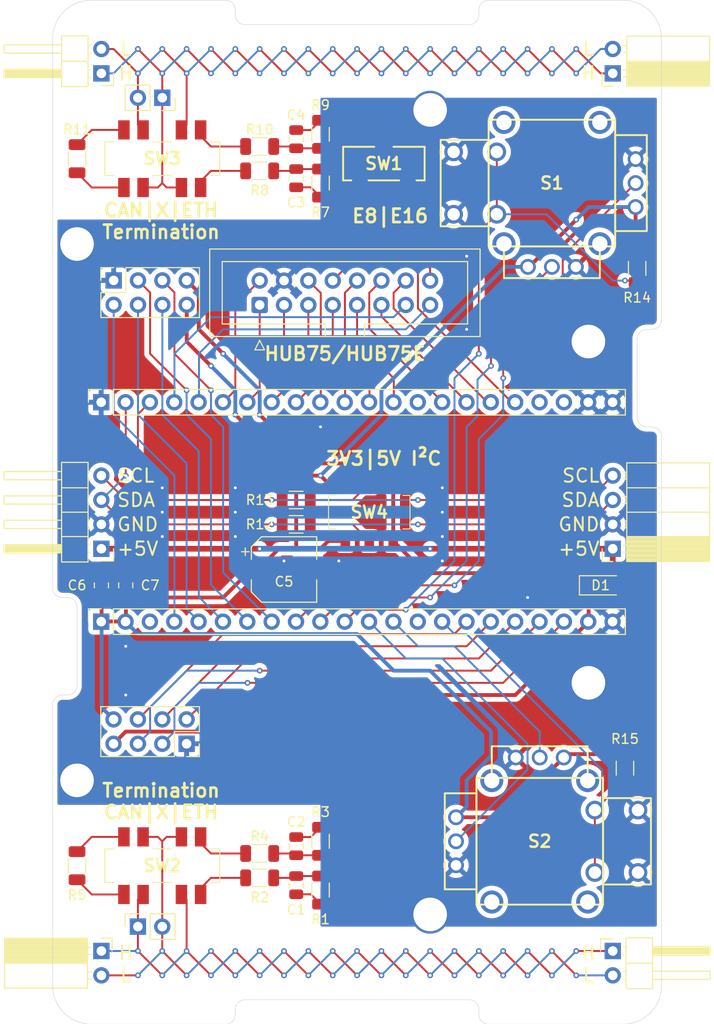
<source format=kicad_pcb>
(kicad_pcb (version 20241229) (generator "pcbnew") (generator_version "9.0")
  (title_block (title "COMChallange CommanderBoard PCB") (date "2026-02-21") (rev "v1.0") (company "RaphWeb"))
  (layers (0 "F.Cu" signal) (2 "B.Cu" signal) (13 "F.Paste" user) (15 "B.Paste" user) (5 "F.SilkS" user "F.Silkscreen") (7 "B.SilkS" user "B.Silkscreen") (1 "F.Mask" user) (3 "B.Mask" user) (25 "Edge.Cuts" user))
  (net 0 "")
  (net 1 "BUS1H")
  (net 2 "BUS1L")
  (net 3 "BUS2H")
  (net 4 "BUS2L")
  (net 5 "GNDREF")
  (net 6 "Net-(C1-Pad2)")
  (net 7 "Net-(C2-Pad2)")
  (net 8 "Net-(C3-Pad2)")
  (net 9 "Net-(C4-Pad2)")
  (net 10 "+3V3")
  (net 11 "I2C_SCL")
  (net 12 "I2C_SDA")
  (net 13 "+5VEXT")
  (net 14 "+5V")
  (net 15 "H75_G2")
  (net 17 "H75_CLK")
  (net 18 "H75_B2")
  (net 20 "H75_LAT")
  (net 21 "H75_OE")
  (net 22 "H75_R2")
  (net 23 "H75_R1")
  (net 24 "H75_E")
  (net 25 "H75_C")
  (net 27 "H75_B1")
  (net 28 "H75_D")
  (net 29 "H75_G1")
  (net 30 "H75_B")
  (net 31 "H75_A")
  (net 32 "TxD1{slash}MISO1")
  (net 33 "IRQ_N1")
  (net 34 "RxD1{slash}MOSI1")
  (net 35 "SCLK1")
  (net 36 "CS_N1")
  (net 37 "IRQ_N2")
  (net 38 "CS_N2")
  (net 39 "TxD2{slash}MISO2")
  (net 40 "RxD2{slash}MOSI2")
  (net 41 "SCLK2")
  (net 42 "S1vCh")
  (net 43 "S1hCh")
  (net 44 "BTN2")
  (net 45 "S2hCh")
  (net 47 "BTN1")
  (net 49 "S2vCh")
  (net 50 "H75_E8")
  (net 51 "H75_E16")
  (net 52 "Net-(R2-Pad1)")
  (net 53 "Net-(R4-Pad1)")
  (net 54 "Net-(R5-Pad1)")
  (net 55 "Net-(R5-Pad2)")
  (net 56 "Net-(R8-Pad1)")
  (net 57 "Net-(R10-Pad1)")
  (net 58 "Net-(R11-Pad1)")
  (net 59 "Net-(R11-Pad2)")
  (net 60 "Net-(SW4B-B)")
  (net 61 "Net-(SW4A-B)")
  (footprint "LIB_CL-SB-23B-01T:CLSB23B01T" (layer "F.Cu") (at 106.68 113.03)
    (property "Reference" "SW2")
    (property "Value" "SW_DP3T" (hide yes))
  )
  (footprint "Resistor_SMD:R_1206_3216Metric" (layer "F.Cu") (at 154.94 102.87 -90)
    (property "Reference" "R15")
    (property "Value" "10k" (hide yes))
  )
  (footprint "Capacitor_SMD:CP_Elec_6.3x7.7" (layer "F.Cu") (at 119.38 82.169)
    (property "Reference" "C5")
    (property "Value" "220µF" (hide yes))
  )
  (footprint "Connector_PinSocket_2.54mm:PinSocket_1x04_P2.54mm_Horizontal" (layer "F.Cu") (at 153.67 80.01 180)
    (property "Reference" "COM_PWR_OUT1" (hide yes))
    (property "Value" "Conn_01x04_Socket" (hide yes))
  )
  (footprint "Resistor_SMD:R_1206_3216Metric" (layer "F.Cu") (at 123.19 36.83 90)
    (property "Reference" "R9")
    (property "Value" "100k" (hide yes))
  )
  (footprint "Resistor_SMD:R_1206_3216Metric" (layer "F.Cu") (at 123.19 110.49 90)
    (property "Reference" "R3")
    (property "Value" "100k" (hide yes))
  )
  (footprint "Connector_PinSocket_2.54mm:PinSocket_1x02_P2.54mm_Vertical" (layer "F.Cu") (at 106.68 33.02 -90)
    (property "Reference" "J2BUS2" (hide yes))
    (property "Value" "Conn_01x02" (hide yes))
  )
  (footprint "Connector_PinSocket_2.54mm:PinSocket_1x22_P2.54mm_Vertical" (layer "F.Cu") (at 100.31 64.745 90)
    (property "Reference" "J1" (hide yes))
    (property "Value" "Conn_01x22" (hide yes))
  )
  (footprint "Resistor_SMD:R_1206_3216Metric" (layer "F.Cu") (at 116.84 38.1)
    (property "Reference" "R10")
    (property "Value" "49.9" (hide yes))
  )
  (footprint "Resistor_SMD:R_1206_3216Metric" (layer "F.Cu") (at 120.65 74.93 180)
    (property "Reference" "R13")
    (property "Value" "4.7k" (hide yes))
  )
  (footprint "Connector_PinSocket_2.54mm:PinSocket_1x02_P2.54mm_Horizontal" (layer "F.Cu") (at 100.33 121.92)
    (property "Reference" "BUS_OUT1" (hide yes))
    (property "Value" "Conn_01x02_Socket" (hide yes))
  )
  (footprint "Resistor_SMD:R_1206_3216Metric" (layer "F.Cu") (at 97.79 39.37 90)
    (property "Reference" "R11")
    (property "Value" "120" (hide yes))
  )
  (footprint "LIB_CL-SB-22B-01T:CLSB22B01T" (layer "F.Cu") (at 128.27 76.2 180)
    (property "Reference" "SW4")
    (property "Value" "SW_DPDT_x2" (hide yes))
  )
  (footprint "Connector_PinSocket_2.54mm:PinSocket_2x04_P2.54mm_Vertical" (layer "F.Cu") (at 109.22 100.33 -90)
    (property "Reference" "J1BUS1" (hide yes))
    (property "Value" "Conn_02x04_Odd_Even" (hide yes))
  )
  (footprint "LIB_THB001P:THB001P" (layer "F.Cu") (at 147.32 41.91 -90)
    (property "Reference" "S1")
    (property "Value" "THB001P" (hide yes))
  )
  (footprint "Connector_IDC:IDC-Header_2x08_P2.54mm_Vertical" (layer "F.Cu") (at 116.84 54.61 90)
    (property "Reference" "J3" (hide yes))
    (property "Value" "HUB75" (hide yes))
  )
  (footprint "Resistor_SMD:R_1206_3216Metric" (layer "F.Cu") (at 116.84 111.76)
    (property "Reference" "R4")
    (property "Value" "49.9" (hide yes))
  )
  (footprint "Capacitor_SMD:C_0805_2012Metric" (layer "F.Cu") (at 120.65 41.402 90)
    (property "Reference" "C3")
    (property "Value" "220nF" (hide yes))
  )
  (footprint "LIB_CL-SB-23B-01T:CLSB23B01T" (layer "F.Cu") (at 106.68 39.37)
    (property "Reference" "SW3")
    (property "Value" "SW_DP3T" (hide yes))
  )
  (footprint "Resistor_SMD:R_1206_3216Metric" (layer "F.Cu") (at 116.84 40.64)
    (property "Reference" "R8")
    (property "Value" "49.9" (hide yes))
  )
  (footprint "Capacitor_SMD:C_0805_2012Metric" (layer "F.Cu") (at 120.65 115.062 90)
    (property "Reference" "C1")
    (property "Value" "220nF" (hide yes))
  )
  (footprint "LIB_CL-SB-12B-01T:CLSB12B01T" (layer "F.Cu") (at 129.794 39.878)
    (property "Reference" "SW1")
    (property "Value" "SW_SPDT" (hide yes))
  )
  (footprint "Resistor_SMD:R_1206_3216Metric" (layer "F.Cu") (at 123.19 115.57 -90)
    (property "Reference" "R1")
    (property "Value" "100k" (hide yes))
  )
  (footprint "Connector_PinHeader_2.54mm:PinHeader_1x04_P2.54mm_Horizontal" (layer "F.Cu") (at 100.33 80.01 180)
    (property "Reference" "COM_PWR_IN1" (hide yes))
    (property "Value" "Conn_01x04_Pin" (hide yes))
  )
  (footprint "Connector_PinSocket_2.54mm:PinSocket_2x04_P2.54mm_Vertical" (layer "F.Cu") (at 101.61 52.05 90)
    (property "Reference" "J1BUS2" (hide yes))
    (property "Value" "Conn_02x04_Odd_Even" (hide yes))
  )
  (footprint "LIB_THB001P:THB001P" (layer "F.Cu") (at 146.05 110.49 90)
    (property "Reference" "S2")
    (property "Value" "THB001P" (hide yes))
  )
  (footprint "Capacitor_SMD:C_0805_2012Metric" (layer "F.Cu") (at 100.33 83.82 -90)
    (property "Reference" "C6")
    (property "Value" "47µF" (hide yes))
  )
  (footprint "Connector_PinSocket_2.54mm:PinSocket_1x02_P2.54mm_Vertical" (layer "F.Cu") (at 104.14 119.38 90)
    (property "Reference" "J2BUS1" (hide yes))
    (property "Value" "Conn_01x02" (hide yes))
  )
  (footprint "Resistor_SMD:R_1206_3216Metric" (layer "F.Cu") (at 120.65 77.47 180)
    (property "Reference" "R12")
    (property "Value" "4.7k" (hide yes))
  )
  (footprint "Connector_PinSocket_2.54mm:PinSocket_1x22_P2.54mm_Vertical" (layer "F.Cu") (at 100.31 87.605 90)
    (property "Reference" "J2" (hide yes))
    (property "Value" "Conn_01x22" (hide yes))
  )
  (footprint "Capacitor_SMD:C_0805_2012Metric" (layer "F.Cu") (at 120.65 110.998 -90)
    (property "Reference" "C2")
    (property "Value" "220nF" (hide yes))
  )
  (footprint "Connector_PinHeader_2.54mm:PinHeader_1x02_P2.54mm_Horizontal" (layer "F.Cu") (at 100.33 30.48 180)
    (property "Reference" "BUS_IN2" (hide yes))
    (property "Value" "Conn_01x02_Pin" (hide yes))
  )
  (footprint "Resistor_SMD:R_1206_3216Metric" (layer "F.Cu") (at 156.21 50.8 -90)
    (property "Reference" "R14")
    (property "Value" "10k" (hide yes))
  )
  (footprint "Connector_PinHeader_2.54mm:PinHeader_1x02_P2.54mm_Horizontal" (layer "F.Cu") (at 153.67 121.92)
    (property "Reference" "BUS_IN1" (hide yes))
    (property "Value" "Conn_01x02_Pin" (hide yes))
  )
  (footprint "Capacitor_SMD:C_0805_2012Metric" (layer "F.Cu") (at 102.87 83.82 -90)
    (property "Reference" "C7")
    (property "Value" "47µF" (hide yes))
  )
  (footprint "Resistor_SMD:R_1206_3216Metric" (layer "F.Cu") (at 97.79 113.03 90)
    (property "Reference" "R5")
    (property "Value" "120" (hide yes))
  )
  (footprint "Resistor_SMD:R_1206_3216Metric" (layer "F.Cu") (at 116.84 114.3)
    (property "Reference" "R2")
    (property "Value" "49.9" (hide yes))
  )
  (footprint "Connector_PinSocket_2.54mm:PinSocket_1x02_P2.54mm_Horizontal" (layer "F.Cu") (at 153.67 30.48 180)
    (property "Reference" "BUS_OUT2" (hide yes))
    (property "Value" "Conn_01x02_Socket" (hide yes))
  )
  (footprint "Diode_SMD:D_SOD-123F" (layer "F.Cu") (at 152.4 83.82)
    (property "Reference" "D1")
    (property "Value" "MBR1020VL" (hide yes))
  )
  (footprint "Capacitor_SMD:C_0805_2012Metric" (layer "F.Cu") (at 120.65 37.338 -90)
    (property "Reference" "C4")
    (property "Value" "220nF" (hide yes))
  )
  (footprint "Resistor_SMD:R_1206_3216Metric" (layer "F.Cu") (at 123.19 41.91 -90)
    (property "Reference" "R7")
    (property "Value" "100k" (hide yes))
  )
  (gr_line (start 95.25 125.54) (end 95.25 96.25) (stroke (width 0.05)) (layer "Edge.Cuts"))
  (gr_line (start 114.3 23.86) (end 114.3 24.4) (stroke (width 0.05)) (layer "Edge.Cuts"))
  (gr_arc (start 158.75 125.54) (mid 157.578427 128.368427) (end 154.75 129.54) (stroke (width 0.05)) (layer "Edge.Cuts"))
  (gr_line (start 115.3 25.4) (end 138.7 25.4) (stroke (width 0.05)) (layer "Edge.Cuts"))
  (gr_arc (start 139.7 23.86) (mid 139.992893 23.152893) (end 140.7 22.86) (stroke (width 0.05)) (layer "Edge.Cuts"))
  (gr_line (start 139.7 128) (end 139.7 128.54) (stroke (width 0.05)) (layer "Edge.Cuts"))
  (gr_arc (start 95.25 26.86) (mid 96.421573 24.031573) (end 99.25 22.86) (stroke (width 0.05)) (layer "Edge.Cuts"))
  (gr_line (start 156.21 58.15) (end 156.21 66.31) (stroke (width 0.05)) (layer "Edge.Cuts"))
  (gr_line (start 96.25 85.09) (end 96.79 85.09) (stroke (width 0.05)) (layer "Edge.Cuts"))
  (gr_arc (start 113.3 22.86) (mid 114.007107 23.152893) (end 114.3 23.86) (stroke (width 0.05)) (layer "Edge.Cuts"))
  (gr_line (start 96.25 95.25) (end 96.79 95.25) (stroke (width 0.05)) (layer "Edge.Cuts"))
  (gr_line (start 97.79 94.25) (end 97.79 86.09) (stroke (width 0.05)) (layer "Edge.Cuts"))
  (gr_arc (start 97.79 94.25) (mid 97.497107 94.957107) (end 96.79 95.25) (stroke (width 0.05)) (layer "Edge.Cuts"))
  (gr_arc (start 138.7 127) (mid 139.407107 127.292893) (end 139.7 128) (stroke (width 0.05)) (layer "Edge.Cuts"))
  (gr_line (start 138.7 127) (end 115.3 127) (stroke (width 0.05)) (layer "Edge.Cuts"))
  (gr_line (start 140.7 22.86) (end 154.75 22.86) (stroke (width 0.05)) (layer "Edge.Cuts"))
  (gr_line (start 154.75 129.54) (end 140.7 129.54) (stroke (width 0.05)) (layer "Edge.Cuts"))
  (gr_arc (start 154.75 22.86) (mid 157.578427 24.031573) (end 158.75 26.86) (stroke (width 0.05)) (layer "Edge.Cuts"))
  (gr_arc (start 114.3 128) (mid 114.592893 127.292893) (end 115.3 127) (stroke (width 0.05)) (layer "Edge.Cuts"))
  (gr_arc (start 96.25 85.09) (mid 95.542893 84.797107) (end 95.25 84.09) (stroke (width 0.05)) (layer "Edge.Cuts"))
  (gr_arc (start 157.21 67.31) (mid 156.502893 67.017107) (end 156.21 66.31) (stroke (width 0.05)) (layer "Edge.Cuts"))
  (gr_arc (start 139.7 24.4) (mid 139.407107 25.107107) (end 138.7 25.4) (stroke (width 0.05)) (layer "Edge.Cuts"))
  (gr_line (start 95.25 84.09) (end 95.25 26.86) (stroke (width 0.05)) (layer "Edge.Cuts"))
  (gr_arc (start 95.25 96.25) (mid 95.542893 95.542893) (end 96.25 95.25) (stroke (width 0.05)) (layer "Edge.Cuts"))
  (gr_arc (start 140.7 129.54) (mid 139.992893 129.247107) (end 139.7 128.54) (stroke (width 0.05)) (layer "Edge.Cuts"))
  (gr_line (start 114.3 128) (end 114.3 128.54) (stroke (width 0.05)) (layer "Edge.Cuts"))
  (gr_line (start 158.75 68.31) (end 158.75 125.54) (stroke (width 0.05)) (layer "Edge.Cuts"))
  (gr_arc (start 114.3 128.54) (mid 114.007107 129.247107) (end 113.3 129.54) (stroke (width 0.05)) (layer "Edge.Cuts"))
  (gr_line (start 99.25 22.86) (end 113.3 22.86) (stroke (width 0.05)) (layer "Edge.Cuts"))
  (gr_arc (start 157.75 67.31) (mid 158.457107 67.602893) (end 158.75 68.31) (stroke (width 0.05)) (layer "Edge.Cuts"))
  (gr_line (start 157.21 57.15) (end 157.75 57.15) (stroke (width 0.05)) (layer "Edge.Cuts"))
  (gr_line (start 139.7 24.4) (end 139.7 23.86) (stroke (width 0.05)) (layer "Edge.Cuts"))
  (gr_line (start 113.3 129.54) (end 99.25 129.54) (stroke (width 0.05)) (layer "Edge.Cuts"))
  (gr_arc (start 99.25 129.54) (mid 96.421573 128.368427) (end 95.25 125.54) (stroke (width 0.05)) (layer "Edge.Cuts"))
  (gr_arc (start 115.3 25.4) (mid 114.592893 25.107107) (end 114.3 24.4) (stroke (width 0.05)) (layer "Edge.Cuts"))
  (gr_line (start 157.21 67.31) (end 157.75 67.31) (stroke (width 0.05)) (layer "Edge.Cuts"))
  (gr_line (start 158.75 26.86) (end 158.75 56.15) (stroke (width 0.05)) (layer "Edge.Cuts"))
  (gr_arc (start 156.21 58.15) (mid 156.502893 57.442893) (end 157.21 57.15) (stroke (width 0.05)) (layer "Edge.Cuts"))
  (gr_arc (start 158.75 56.15) (mid 158.457107 56.857107) (end 157.75 57.15) (stroke (width 0.05)) (layer "Edge.Cuts"))
  (gr_arc (start 96.79 85.09) (mid 97.497107 85.382893) (end 97.79 86.09) (stroke (width 0.05)) (layer "Edge.Cuts"))
  (gr_text "+5V" (at 101.854 80.01 0) (layer "F.SilkS") (effects (font (size 1.4 1.4) (thickness 0.2) (bold yes)) (justify left)))
  (gr_text "CAN|X|ETH\nTermination" (at 106.553 45.8724 0) (layer "F.SilkS") (effects (font (size 1.4 1.4) (thickness 0.28) (bold yes))))
  (gr_text "H" (at 151.13 121.285 0) (layer "F.SilkS") (effects (font (size 1.4 1.4) (thickness 0.2) (bold yes)) (justify top)))
  (gr_text "L" (at 151.13 27.94 0) (layer "F.SilkS") (effects (font (size 1.4 1.4) (thickness 0.2) (bold yes))))
  (gr_text "L" (at 102.87 27.94 0) (layer "F.SilkS") (effects (font (size 1.4 1.4) (thickness 0.2) (bold yes))))
  (gr_text "GND" (at 152.4 77.47 0) (layer "F.SilkS") (effects (font (size 1.4 1.4) (thickness 0.2) (bold yes)) (justify right)))
  (gr_text "3V3|5V I²C" (at 129.794 70.612 0) (layer "F.SilkS") (effects (font (size 1.4 1.4) (thickness 0.28) (bold yes))))
  (gr_text "Termination\nCAN|X|ETH" (at 106.553 106.3244 0) (layer "F.SilkS") (effects (font (size 1.4 1.4) (thickness 0.28) (bold yes))))
  (gr_text "SCL" (at 101.854 72.39 0) (layer "F.SilkS") (effects (font (size 1.4 1.4) (thickness 0.2) (bold yes)) (justify left)))
  (gr_text "HUB75/HUB75E" (at 125.73 59.69 0) (layer "F.SilkS") (effects (font (size 1.4 1.4) (thickness 0.28) (bold yes))))
  (gr_text "H" (at 102.87 121.285 0) (layer "F.SilkS") (effects (font (size 1.4 1.4) (thickness 0.2) (bold yes)) (justify top)))
  (gr_text "L" (at 151.13 124.46 0) (layer "F.SilkS") (effects (font (size 1.4 1.4) (thickness 0.2) (bold yes))))
  (gr_text "GND" (at 101.854 77.47 0) (layer "F.SilkS") (effects (font (size 1.4 1.4) (thickness 0.2) (bold yes)) (justify left)))
  (gr_text "SDA" (at 101.854 74.93 0) (layer "F.SilkS") (effects (font (size 1.4 1.4) (thickness 0.2) (bold yes)) (justify left)))
  (gr_text "SCL" (at 152.4 72.39 0) (layer "F.SilkS") (effects (font (size 1.4 1.4) (thickness 0.2) (bold yes)) (justify right)))
  (gr_text "H" (at 102.87 30.48 0) (layer "F.SilkS") (effects (font (size 1.4 1.4) (thickness 0.2) (bold yes))))
  (gr_text "SDA" (at 152.4 74.93 0) (layer "F.SilkS") (effects (font (size 1.4 1.4) (thickness 0.2) (bold yes)) (justify right)))
  (gr_text "E8|E16" (at 130.4544 45.339 0) (layer "F.SilkS") (effects (font (size 1.4 1.4) (thickness 0.28) (bold yes))))
  (gr_text "+5V" (at 152.4 80.01 0) (layer "F.SilkS") (effects (font (size 1.4 1.4) (thickness 0.2) (bold yes)) (justify right)))
  (gr_text "H" (at 151.13 30.48 0) (layer "F.SilkS") (effects (font (size 1.4 1.4) (thickness 0.2) (bold yes))))
  (gr_text "L" (at 102.87 124.46 0) (layer "F.SilkS") (effects (font (size 1.4 1.4) (thickness 0.2) (bold yes))))
  (segment (start 119.38 121.92) (end 121.92 124.46) (width 0.2) (layer "F.Cu") (net 1))
  (segment (start 149.86 121.92) (end 153.67 121.92) (width 0.2) (layer "F.Cu") (net 1))
  (segment (start 104.14 119.38) (end 104.14 121.92) (width 0.2) (layer "F.Cu") (net 1))
  (segment (start 144.78 121.92) (end 147.32 124.46) (width 0.2) (layer "F.Cu") (net 1))
  (segment (start 104.14 121.92) (end 106.68 124.46) (width 0.2) (layer "F.Cu") (net 1))
  (segment (start 109.22 121.92) (end 111.76 124.46) (width 0.2) (layer "F.Cu") (net 1))
  (segment (start 104.14 116.57) (end 104.68 116.03) (width 0.2) (layer "F.Cu") (net 1))
  (segment (start 139.7 121.92) (end 142.24 124.46) (width 0.2) (layer "F.Cu") (net 1))
  (segment (start 114.3 121.92) (end 116.84 124.46) (width 0.2) (layer "F.Cu") (net 1))
  (segment (start 124.46 121.92) (end 127 124.46) (width 0.2) (layer "F.Cu") (net 1))
  (segment (start 109.22 116.57) (end 109.22 121.92) (width 0.2) (layer "F.Cu") (net 1))
  (segment (start 108.68 116.03) (end 109.22 116.57) (width 0.2) (layer "F.Cu") (net 1))
  (segment (start 134.62 121.92) (end 137.16 124.46) (width 0.2) (layer "F.Cu") (net 1))
  (segment (start 104.14 119.38) (end 104.14 116.57) (width 0.2) (layer "F.Cu") (net 1))
  (segment (start 129.54 121.92) (end 132.08 124.46) (width 0.2) (layer "F.Cu") (net 1))
  (via (at 147.32 124.46) (size 0.6) (drill 0.3) (layers "F.Cu" "B.Cu") (net 1))
  (via (at 137.16 124.46) (size 0.6) (drill 0.3) (layers "F.Cu" "B.Cu") (net 1))
  (via (at 106.68 124.46) (size 0.6) (drill 0.3) (layers "F.Cu" "B.Cu") (net 1))
  (via (at 129.54 121.92) (size 0.6) (drill 0.3) (layers "F.Cu" "B.Cu") (net 1))
  (via (at 104.14 121.92) (size 0.6) (drill 0.3) (layers "F.Cu" "B.Cu") (net 1))
  (via (at 116.84 124.46) (size 0.6) (drill 0.3) (layers "F.Cu" "B.Cu") (net 1))
  (via (at 132.08 124.46) (size 0.6) (drill 0.3) (layers "F.Cu" "B.Cu") (net 1))
  (via (at 142.24 124.46) (size 0.6) (drill 0.3) (layers "F.Cu" "B.Cu") (net 1))
  (via (at 109.22 121.92) (size 0.6) (drill 0.3) (layers "F.Cu" "B.Cu") (net 1))
  (via (at 149.86 121.92) (size 0.6) (drill 0.3) (layers "F.Cu" "B.Cu") (net 1))
  (via (at 134.62 121.92) (size 0.6) (drill 0.3) (layers "F.Cu" "B.Cu") (net 1))
  (via (at 124.46 121.92) (size 0.6) (drill 0.3) (layers "F.Cu" "B.Cu") (net 1))
  (via (at 121.92 124.46) (size 0.6) (drill 0.3) (layers "F.Cu" "B.Cu") (net 1))
  (via (at 119.38 121.92) (size 0.6) (drill 0.3) (layers "F.Cu" "B.Cu") (net 1))
  (via (at 111.76 124.46) (size 0.6) (drill 0.3) (layers "F.Cu" "B.Cu") (net 1))
  (via (at 144.78 121.92) (size 0.6) (drill 0.3) (layers "F.Cu" "B.Cu") (net 1))
  (via (at 127 124.46) (size 0.6) (drill 0.3) (layers "F.Cu" "B.Cu") (net 1))
  (via (at 114.3 121.92) (size 0.6) (drill 0.3) (layers "F.Cu" "B.Cu") (net 1))
  (via (at 139.7 121.92) (size 0.6) (drill 0.3) (layers "F.Cu" "B.Cu") (net 1))
  (segment (start 100.33 121.92) (end 104.14 121.92) (width 0.2) (layer "B.Cu") (net 1))
  (segment (start 137.16 124.46) (end 139.7 121.92) (width 0.2) (layer "B.Cu") (net 1))
  (segment (start 121.92 124.46) (end 124.46 121.92) (width 0.2) (layer "B.Cu") (net 1))
  (segment (start 132.08 124.46) (end 134.62 121.92) (width 0.2) (layer "B.Cu") (net 1))
  (segment (start 147.32 124.46) (end 149.86 121.92) (width 0.2) (layer "B.Cu") (net 1))
  (segment (start 142.24 124.46) (end 144.78 121.92) (width 0.2) (layer "B.Cu") (net 1))
  (segment (start 111.76 124.46) (end 114.3 121.92) (width 0.2) (layer "B.Cu") (net 1))
  (segment (start 106.68 124.46) (end 109.22 121.92) (width 0.2) (layer "B.Cu") (net 1))
  (segment (start 127 124.46) (end 129.54 121.92) (width 0.2) (layer "B.Cu") (net 1))
  (segment (start 116.84 124.46) (end 119.38 121.92) (width 0.2) (layer "B.Cu") (net 1))
  (segment (start 106.68 119.38) (end 106.68 110.49) (width 0.2) (layer "F.Cu") (net 2))
  (segment (start 106.22 110.03) (end 106.68 110.49) (width 0.2) (layer "F.Cu") (net 2))
  (segment (start 111.76 121.92) (end 114.3 124.46) (width 0.2) (layer "F.Cu") (net 2))
  (segment (start 107.14 110.03) (end 108.68 110.03) (width 0.2) (layer "F.Cu") (net 2))
  (segment (start 142.24 121.92) (end 144.78 124.46) (width 0.2) (layer "F.Cu") (net 2))
  (segment (start 100.33 124.46) (end 104.14 124.46) (width 0.2) (layer "F.Cu") (net 2))
  (segment (start 106.68 119.38) (end 106.68 121.92) (width 0.2) (layer "F.Cu") (net 2))
  (segment (start 104.68 110.03) (end 106.22 110.03) (width 0.2) (layer "F.Cu") (net 2))
  (segment (start 106.68 121.92) (end 109.22 124.46) (width 0.2) (layer "F.Cu") (net 2))
  (segment (start 127 121.92) (end 129.54 124.46) (width 0.2) (layer "F.Cu") (net 2))
  (segment (start 137.16 121.92) (end 139.7 124.46) (width 0.2) (layer "F.Cu") (net 2))
  (segment (start 147.32 121.92) (end 149.86 124.46) (width 0.2) (layer "F.Cu") (net 2))
  (segment (start 116.84 121.92) (end 119.38 124.46) (width 0.2) (layer "F.Cu") (net 2))
  (segment (start 132.08 121.92) (end 134.62 124.46) (width 0.2) (layer "F.Cu") (net 2))
  (segment (start 121.92 121.92) (end 124.46 124.46) (width 0.2) (layer "F.Cu") (net 2))
  (segment (start 106.68 110.49) (end 107.14 110.03) (width 0.2) (layer "F.Cu") (net 2))
  (via (at 137.16 121.92) (size 0.6) (drill 0.3) (layers "F.Cu" "B.Cu") (net 2))
  (via (at 121.92 121.92) (size 0.6) (drill 0.3) (layers "F.Cu" "B.Cu") (net 2))
  (via (at 142.24 121.92) (size 0.6) (drill 0.3) (layers "F.Cu" "B.Cu") (net 2))
  (via (at 119.38 124.46) (size 0.6) (drill 0.3) (layers "F.Cu" "B.Cu") (net 2))
  (via (at 147.32 121.92) (size 0.6) (drill 0.3) (layers "F.Cu" "B.Cu") (net 2))
  (via (at 109.22 124.46) (size 0.6) (drill 0.3) (layers "F.Cu" "B.Cu") (net 2))
  (via (at 106.68 121.92) (size 0.6) (drill 0.3) (layers "F.Cu" "B.Cu") (net 2))
  (via (at 134.62 124.46) (size 0.6) (drill 0.3) (layers "F.Cu" "B.Cu") (net 2))
  (via (at 129.54 124.46) (size 0.6) (drill 0.3) (layers "F.Cu" "B.Cu") (net 2))
  (via (at 149.86 124.46) (size 0.6) (drill 0.3) (layers "F.Cu" "B.Cu") (net 2))
  (via (at 104.14 124.46) (size 0.6) (drill 0.3) (layers "F.Cu" "B.Cu") (net 2))
  (via (at 124.46 124.46) (size 0.6) (drill 0.3) (layers "F.Cu" "B.Cu") (net 2))
  (via (at 144.78 124.46) (size 0.6) (drill 0.3) (layers "F.Cu" "B.Cu") (net 2))
  (via (at 132.08 121.92) (size 0.6) (drill 0.3) (layers "F.Cu" "B.Cu") (net 2))
  (via (at 111.76 121.92) (size 0.6) (drill 0.3) (layers "F.Cu" "B.Cu") (net 2))
  (via (at 127 121.92) (size 0.6) (drill 0.3) (layers "F.Cu" "B.Cu") (net 2))
  (via (at 114.3 124.46) (size 0.6) (drill 0.3) (layers "F.Cu" "B.Cu") (net 2))
  (via (at 116.84 121.92) (size 0.6) (drill 0.3) (layers "F.Cu" "B.Cu") (net 2))
  (via (at 139.7 124.46) (size 0.6) (drill 0.3) (layers "F.Cu" "B.Cu") (net 2))
  (segment (start 134.62 124.46) (end 137.16 121.92) (width 0.2) (layer "B.Cu") (net 2))
  (segment (start 104.14 124.46) (end 106.68 121.92) (width 0.2) (layer "B.Cu") (net 2))
  (segment (start 124.46 124.46) (end 127 121.92) (width 0.2) (layer "B.Cu") (net 2))
  (segment (start 114.3 124.46) (end 116.84 121.92) (width 0.2) (layer "B.Cu") (net 2))
  (segment (start 109.22 124.46) (end 111.76 121.92) (width 0.2) (layer "B.Cu") (net 2))
  (segment (start 119.38 124.46) (end 121.92 121.92) (width 0.2) (layer "B.Cu") (net 2))
  (segment (start 129.54 124.46) (end 132.08 121.92) (width 0.2) (layer "B.Cu") (net 2))
  (segment (start 144.78 124.46) (end 147.32 121.92) (width 0.2) (layer "B.Cu") (net 2))
  (segment (start 149.86 124.46) (end 153.67 124.46) (width 0.2) (layer "B.Cu") (net 2))
  (segment (start 139.7 124.46) (end 142.24 121.92) (width 0.2) (layer "B.Cu") (net 2))
  (segment (start 106.68 41.91) (end 107.14 42.37) (width 0.2) (layer "F.Cu") (net 3))
  (segment (start 107.14 42.37) (end 108.68 42.37) (width 0.2) (layer "F.Cu") (net 3))
  (segment (start 142.24 30.48) (end 139.7 27.94) (width 0.2) (layer "F.Cu") (net 3))
  (segment (start 106.68 30.48) (end 106.68 33.02) (width 0.2) (layer "F.Cu") (net 3))
  (segment (start 116.84 30.48) (end 114.3 27.94) (width 0.2) (layer "F.Cu") (net 3))
  (segment (start 111.76 30.48) (end 109.22 27.94) (width 0.2) (layer "F.Cu") (net 3))
  (segment (start 106.22 42.37) (end 104.68 42.37) (width 0.2) (layer "F.Cu") (net 3))
  (segment (start 132.08 30.48) (end 129.54 27.94) (width 0.2) (layer "F.Cu") (net 3))
  (segment (start 152.4 30.48) (end 153.67 30.48) (width 0.2) (layer "F.Cu") (net 3))
  (segment (start 127 30.48) (end 124.46 27.94) (width 0.2) (layer "F.Cu") (net 3))
  (segment (start 137.16 30.48) (end 134.62 27.94) (width 0.2) (layer "F.Cu") (net 3))
  (segment (start 149.86 27.94) (end 152.4 30.48) (width 0.2) (layer "F.Cu") (net 3))
  (segment (start 147.32 30.48) (end 144.78 27.94) (width 0.2) (layer "F.Cu") (net 3))
  (segment (start 106.68 41.91) (end 106.22 42.37) (width 0.2) (layer "F.Cu") (net 3))
  (segment (start 106.68 30.48) (end 104.14 27.94) (width 0.2) (layer "F.Cu") (net 3))
  (segment (start 106.68 33.02) (end 106.68 41.91) (width 0.2) (layer "F.Cu") (net 3))
  (segment (start 121.92 30.48) (end 119.38 27.94) (width 0.2) (layer "F.Cu") (net 3))
  (via (at 134.62 27.94) (size 0.6) (drill 0.3) (layers "F.Cu" "B.Cu") (net 3))
  (via (at 104.14 27.94) (size 0.6) (drill 0.3) (layers "F.Cu" "B.Cu") (net 3))
  (via (at 119.38 27.94) (size 0.6) (drill 0.3) (layers "F.Cu" "B.Cu") (net 3))
  (via (at 127 30.48) (size 0.6) (drill 0.3) (layers "F.Cu" "B.Cu") (net 3))
  (via (at 121.92 30.48) (size 0.6) (drill 0.3) (layers "F.Cu" "B.Cu") (net 3))
  (via (at 142.24 30.48) (size 0.6) (drill 0.3) (layers "F.Cu" "B.Cu") (net 3))
  (via (at 132.08 30.48) (size 0.6) (drill 0.3) (layers "F.Cu" "B.Cu") (net 3))
  (via (at 114.3 27.94) (size 0.6) (drill 0.3) (layers "F.Cu" "B.Cu") (net 3))
  (via (at 147.32 30.48) (size 0.6) (drill 0.3) (layers "F.Cu" "B.Cu") (net 3))
  (via (at 139.7 27.94) (size 0.6) (drill 0.3) (layers "F.Cu" "B.Cu") (net 3))
  (via (at 111.76 30.48) (size 0.6) (drill 0.3) (layers "F.Cu" "B.Cu") (net 3))
  (via (at 124.46 27.94) (size 0.6) (drill 0.3) (layers "F.Cu" "B.Cu") (net 3))
  (via (at 109.22 27.94) (size 0.6) (drill 0.3) (layers "F.Cu" "B.Cu") (net 3))
  (via (at 116.84 30.48) (size 0.6) (drill 0.3) (layers "F.Cu" "B.Cu") (net 3))
  (via (at 137.16 30.48) (size 0.6) (drill 0.3) (layers "F.Cu" "B.Cu") (net 3))
  (via (at 129.54 27.94) (size 0.6) (drill 0.3) (layers "F.Cu" "B.Cu") (net 3))
  (via (at 144.78 27.94) (size 0.6) (drill 0.3) (layers "F.Cu" "B.Cu") (net 3))
  (via (at 106.68 30.48) (size 0.6) (drill 0.3) (layers "F.Cu" "B.Cu") (net 3))
  (via (at 149.86 27.94) (size 0.6) (drill 0.3) (layers "F.Cu" "B.Cu") (net 3))
  (segment (start 109.22 27.94) (end 106.68 30.48) (width 0.2) (layer "B.Cu") (net 3))
  (segment (start 101.6 30.48) (end 100.33 30.48) (width 0.2) (layer "B.Cu") (net 3))
  (segment (start 104.14 27.94) (end 101.6 30.48) (width 0.2) (layer "B.Cu") (net 3))
  (segment (start 129.54 27.94) (end 127 30.48) (width 0.2) (layer "B.Cu") (net 3))
  (segment (start 124.46 27.94) (end 121.92 30.48) (width 0.2) (layer "B.Cu") (net 3))
  (segment (start 134.62 27.94) (end 132.08 30.48) (width 0.2) (layer "B.Cu") (net 3))
  (segment (start 149.86 27.94) (end 147.32 30.48) (width 0.2) (layer "B.Cu") (net 3))
  (segment (start 144.78 27.94) (end 142.24 30.48) (width 0.2) (layer "B.Cu") (net 3))
  (segment (start 119.38 27.94) (end 116.84 30.48) (width 0.2) (layer "B.Cu") (net 3))
  (segment (start 139.7 27.94) (end 137.16 30.48) (width 0.2) (layer "B.Cu") (net 3))
  (segment (start 114.3 27.94) (end 111.76 30.48) (width 0.2) (layer "B.Cu") (net 3))
  (segment (start 114.3 30.48) (end 111.76 27.94) (width 0.2) (layer "F.Cu") (net 4))
  (segment (start 144.78 30.48) (end 142.24 27.94) (width 0.2) (layer "F.Cu") (net 4))
  (segment (start 104.14 35.83) (end 104.68 36.37) (width 0.2) (layer "F.Cu") (net 4))
  (segment (start 104.14 30.48) (end 101.6 27.94) (width 0.2) (layer "F.Cu") (net 4))
  (segment (start 104.14 33.02) (end 104.14 35.83) (width 0.2) (layer "F.Cu") (net 4))
  (segment (start 101.6 27.94) (end 100.33 27.94) (width 0.2) (layer "F.Cu") (net 4))
  (segment (start 129.54 30.48) (end 127 27.94) (width 0.2) (layer "F.Cu") (net 4))
  (segment (start 124.46 30.48) (end 121.92 27.94) (width 0.2) (layer "F.Cu") (net 4))
  (segment (start 119.38 30.48) (end 116.84 27.94) (width 0.2) (layer "F.Cu") (net 4))
  (segment (start 104.14 33.02) (end 104.14 30.48) (width 0.2) (layer "F.Cu") (net 4))
  (segment (start 134.62 30.48) (end 132.08 27.94) (width 0.2) (layer "F.Cu") (net 4))
  (segment (start 109.22 30.48) (end 106.68 27.94) (width 0.2) (layer "F.Cu") (net 4))
  (segment (start 109.22 35.83) (end 108.68 36.37) (width 0.2) (layer "F.Cu") (net 4))
  (segment (start 109.22 30.48) (end 109.22 35.83) (width 0.2) (layer "F.Cu") (net 4))
  (segment (start 139.7 30.48) (end 137.16 27.94) (width 0.2) (layer "F.Cu") (net 4))
  (segment (start 149.86 30.48) (end 147.32 27.94) (width 0.2) (layer "F.Cu") (net 4))
  (via (at 129.54 30.48) (size 0.6) (drill 0.3) (layers "F.Cu" "B.Cu") (net 4))
  (via (at 121.92 27.94) (size 0.6) (drill 0.3) (layers "F.Cu" "B.Cu") (net 4))
  (via (at 132.08 27.94) (size 0.6) (drill 0.3) (layers "F.Cu" "B.Cu") (net 4))
  (via (at 127 27.94) (size 0.6) (drill 0.3) (layers "F.Cu" "B.Cu") (net 4))
  (via (at 104.14 30.48) (size 0.6) (drill 0.3) (layers "F.Cu" "B.Cu") (net 4))
  (via (at 114.3 30.48) (size 0.6) (drill 0.3) (layers "F.Cu" "B.Cu") (net 4))
  (via (at 109.22 30.48) (size 0.6) (drill 0.3) (layers "F.Cu" "B.Cu") (net 4))
  (via (at 142.24 27.94) (size 0.6) (drill 0.3) (layers "F.Cu" "B.Cu") (net 4))
  (via (at 134.62 30.48) (size 0.6) (drill 0.3) (layers "F.Cu" "B.Cu") (net 4))
  (via (at 147.32 27.94) (size 0.6) (drill 0.3) (layers "F.Cu" "B.Cu") (net 4))
  (via (at 144.78 30.48) (size 0.6) (drill 0.3) (layers "F.Cu" "B.Cu") (net 4))
  (via (at 106.68 27.94) (size 0.6) (drill 0.3) (layers "F.Cu" "B.Cu") (net 4))
  (via (at 124.46 30.48) (size 0.6) (drill 0.3) (layers "F.Cu" "B.Cu") (net 4))
  (via (at 149.86 30.48) (size 0.6) (drill 0.3) (layers "F.Cu" "B.Cu") (net 4))
  (via (at 139.7 30.48) (size 0.6) (drill 0.3) (layers "F.Cu" "B.Cu") (net 4))
  (via (at 116.84 27.94) (size 0.6) (drill 0.3) (layers "F.Cu" "B.Cu") (net 4))
  (via (at 137.16 27.94) (size 0.6) (drill 0.3) (layers "F.Cu" "B.Cu") (net 4))
  (via (at 119.38 30.48) (size 0.6) (drill 0.3) (layers "F.Cu" "B.Cu") (net 4))
  (via (at 111.76 27.94) (size 0.6) (drill 0.3) (layers "F.Cu" "B.Cu") (net 4))
  (segment (start 132.08 27.94) (end 129.54 30.48) (width 0.2) (layer "B.Cu") (net 4))
  (segment (start 106.68 27.94) (end 104.14 30.48) (width 0.2) (layer "B.Cu") (net 4))
  (segment (start 142.24 27.94) (end 139.7 30.48) (width 0.2) (layer "B.Cu") (net 4))
  (segment (start 137.16 27.94) (end 134.62 30.48) (width 0.2) (layer "B.Cu") (net 4))
  (segment (start 116.84 27.94) (end 114.3 30.48) (width 0.2) (layer "B.Cu") (net 4))
  (segment (start 152.4 27.94) (end 153.67 27.94) (width 0.2) (layer "B.Cu") (net 4))
  (segment (start 111.76 27.94) (end 109.22 30.48) (width 0.2) (layer "B.Cu") (net 4))
  (segment (start 147.32 27.94) (end 144.78 30.48) (width 0.2) (layer "B.Cu") (net 4))
  (segment (start 121.92 27.94) (end 119.38 30.48) (width 0.2) (layer "B.Cu") (net 4))
  (segment (start 149.86 30.48) (end 152.4 27.94) (width 0.2) (layer "B.Cu") (net 4))
  (segment (start 127 27.94) (end 124.46 30.48) (width 0.2) (layer "B.Cu") (net 4))
  (segment (start 122.1695 42.352) (end 123.19 43.3725) (width 0.2) (layer "F.Cu") (net 5))
  (segment (start 120.65 116.012) (end 122.1695 116.012) (width 0.2) (layer "F.Cu") (net 5))
  (segment (start 122.1695 110.048) (end 123.19 109.0275) (width 0.2) (layer "F.Cu") (net 5))
  (segment (start 120.65 42.352) (end 122.1695 42.352) (width 0.2) (layer "F.Cu") (net 5))
  (segment (start 122.1695 36.388) (end 120.65 36.388) (width 0.2) (layer "F.Cu") (net 5))
  (segment (start 122.1695 116.012) (end 123.19 117.0325) (width 0.2) (layer "F.Cu") (net 5))
  (segment (start 123.19 35.3675) (end 122.1695 36.388) (width 0.2) (layer "F.Cu") (net 5))
  (segment (start 120.65 110.048) (end 122.1695 110.048) (width 0.2) (layer "F.Cu") (net 5))
  (via (at 102.87 90.17) (size 0.6) (drill 0.3) (layers "F.Cu" "B.Cu") (net 5))
  (via (at 114.3 73.66) (size 0.6) (drill 0.3) (layers "F.Cu" "B.Cu") (net 5))
  (via (at 138.43 57.15) (size 0.6) (drill 0.3) (layers "F.Cu" "B.Cu") (net 5))
  (via (at 106.68 76.2) (size 0.6) (drill 0.3) (layers "F.Cu" "B.Cu") (net 5))
  (via (at 151.13 58.42) (size 4) (drill 3.5) (layers "F.Cu" "B.Cu") (net 5))
  (via (at 97.79 48.26) (size 4) (drill 3.5) (layers "F.Cu" "B.Cu") (net 5))
  (via (at 125.095 81.28) (size 0.6) (drill 0.3) (layers "F.Cu" "B.Cu") (net 5))
  (via (at 97.79 104.14) (size 4) (drill 3.5) (layers "F.Cu" "B.Cu") (net 5))
  (via (at 135.89 73.66) (size 0.6) (drill 0.3) (layers "F.Cu" "B.Cu") (net 5))
  (via (at 151.13 93.98) (size 4) (drill 3.5) (layers "F.Cu" "B.Cu") (net 5))
  (via (at 135.89 81.28) (size 0.6) (drill 0.3) (layers "F.Cu" "B.Cu") (net 5))
  (via (at 138.43 49.53) (size 0.6) (drill 0.3) (layers "F.Cu" "B.Cu") (net 5))
  (via (at 123.19 67.31) (size 0.6) (drill 0.3) (layers "F.Cu" "B.Cu") (net 5))
  (via (at 106.68 78.74) (size 0.6) (drill 0.3) (layers "F.Cu" "B.Cu") (net 5))
  (via (at 134.62 118.11) (size 4) (drill 3.5) (layers "F.Cu" "B.Cu") (net 5))
  (via (at 144.78 85.09) (size 0.6) (drill 0.3) (layers "F.Cu" "B.Cu") (net 5))
  (via (at 135.89 78.74) (size 0.6) (drill 0.3) (layers "F.Cu" "B.Cu") (net 5))
  (via (at 119.38 81.28) (size 0.6) (drill 0.3) (layers "F.Cu" "B.Cu") (net 5))
  (via (at 134.62 34.29) (size 4) (drill 3.5) (layers "F.Cu" "B.Cu") (net 5))
  (via (at 114.3 78.74) (size 0.6) (drill 0.3) (layers "F.Cu" "B.Cu") (net 5))
  (via (at 114.3 76.2) (size 0.6) (drill 0.3) (layers "F.Cu" "B.Cu") (net 5))
  (via (at 102.87 95.25) (size 0.6) (drill 0.3) (layers "F.Cu" "B.Cu") (net 5))
  (via (at 106.68 73.66) (size 0.6) (drill 0.3) (layers "F.Cu" "B.Cu") (net 5))
  (via (at 135.89 76.2) (size 0.6) (drill 0.3) (layers "F.Cu" "B.Cu") (net 5))
  (segment (start 118.3025 114.3) (end 120.462 114.3) (width 0.2) (layer "F.Cu") (net 6))
  (segment (start 120.65 114.112) (end 123.1855 114.112) (width 0.2) (layer "F.Cu") (net 6))
  (segment (start 118.3025 111.76) (end 120.462 111.76) (width 0.2) (layer "F.Cu") (net 7))
  (segment (start 120.65 111.948) (end 123.1855 111.948) (width 0.2) (layer "F.Cu") (net 7))
  (segment (start 120.65 40.452) (end 123.1855 40.452) (width 0.2) (layer "F.Cu") (net 8))
  (segment (start 118.3025 40.64) (end 120.462 40.64) (width 0.2) (layer "F.Cu") (net 8))
  (segment (start 120.65 38.288) (end 123.1855 38.288) (width 0.2) (layer "F.Cu") (net 9))
  (segment (start 118.3025 38.1) (end 120.462 38.1) (width 0.2) (layer "F.Cu") (net 9))
  (segment (start 123.19 80.01) (end 124 79.2) (width 0.4) (layer "F.Cu") (net 10))
  (segment (start 124 79.2) (end 125.77 79.2) (width 0.4) (layer "F.Cu") (net 10))
  (segment (start 109.23 58.43) (end 109.23 54.59) (width 0.4) (layer "F.Cu") (net 10))
  (segment (start 123.19 72.39) (end 124 73.2) (width 0.4) (layer "F.Cu") (net 10))
  (segment (start 102.89 87.585) (end 102.89 84.79) (width 0.4) (layer "F.Cu") (net 10))
  (segment (start 111.76 60.96) (end 109.23 58.43) (width 0.4) (layer "F.Cu") (net 10))
  (segment (start 124 73.2) (end 125.77 73.2) (width 0.4) (layer "F.Cu") (net 10))
  (segment (start 100.35 87.585) (end 100.35 84.79) (width 0.4) (layer "F.Cu") (net 10))
  (segment (start 120.65 80.01) (end 118.839 80.01) (width 0.4) (layer "F.Cu") (net 10))
  (segment (start 120.65 72.39) (end 123.19 72.39) (width 0.4) (layer "F.Cu") (net 10))
  (segment (start 103.19 85.09) (end 102.87 84.77) (width 0.4) (layer "F.Cu") (net 10))
  (segment (start 156.05 44.41) (end 156.05 49.1775) (width 0.4) (layer "F.Cu") (net 10))
  (segment (start 144.94 50.64) (end 144.82 50.64) (width 0.4) (layer "F.Cu") (net 10))
  (segment (start 115.951 82.169) (end 113.03 85.09) (width 0.4) (layer "F.Cu") (net 10))
  (segment (start 118.839 80.01) (end 116.68 82.169) (width 0.4) (layer "F.Cu") (net 10))
  (segment (start 137.32 107.99) (end 142.32 107.99) (width 0.4) (layer "F.Cu") (net 10))
  (segment (start 113.03 85.09) (end 103.19 85.09) (width 0.4) (layer "F.Cu") (net 10))
  (segment (start 120.65 80.01) (end 123.19 80.01) (width 0.4) (layer "F.Cu") (net 10))
  (segment (start 149.86 45.72) (end 144.94 50.64) (width 0.4) (layer "F.Cu") (net 10))
  (segment (start 148.9025 101.4075) (end 148.55 101.76) (width 0.4) (layer "F.Cu") (net 10))
  (segment (start 120.65 80.01) (end 120.65 72.39) (width 0.4) (layer "F.Cu") (net 10))
  (segment (start 100.35 87.585) (end 102.89 87.585) (width 0.4) (layer "F.Cu") (net 10))
  (segment (start 142.32 107.99) (end 148.55 101.76) (width 0.4) (layer "F.Cu") (net 10))
  (segment (start 154.94 101.4075) (end 148.9025 101.4075) (width 0.4) (layer "F.Cu") (net 10))
  (segment (start 156.05 49.1775) (end 156.21 49.3375) (width 0.4) (layer "F.Cu") (net 10))
  (segment (start 114.3 66.04) (end 120.65 72.39) (width 0.4) (layer "F.Cu") (net 10))
  (segment (start 100.33 84.77) (end 102.87 84.77) (width 0.4) (layer "F.Cu") (net 10))
  (via (at 123.19 72.39) (size 0.6) (drill 0.3) (layers "F.Cu" "B.Cu") (net 10))
  (via (at 111.76 60.96) (size 0.6) (drill 0.3) (layers "F.Cu" "B.Cu") (net 10))
  (via (at 149.86 45.72) (size 0.6) (drill 0.3) (layers "F.Cu" "B.Cu") (net 10))
  (via (at 114.3 66.04) (size 0.6) (drill 0.3) (layers "F.Cu" "B.Cu") (net 10))
  (segment (start 104.145 88.9) (end 102.85 87.605) (width 0.4) (layer "B.Cu") (net 10))
  (segment (start 100.35 96.54) (end 101.6 97.79) (width 0.4) (layer "B.Cu") (net 10))
  (segment (start 130.81 92.71) (end 127 88.9) (width 0.4) (layer "B.Cu") (net 10))
  (segment (start 138.43 106.88) (end 138.43 104.14) (width 0.4) (layer "B.Cu") (net 10))
  (segment (start 142.4 50.64) (end 129.54 63.5) (width 0.4) (layer "B.Cu") (net 10))
  (segment (start 140.97 101.6) (end 140.97 99.06) (width 0.4) (layer "B.Cu") (net 10))
  (segment (start 100.31 87.605) (end 100.35 87.645) (width 0.4) (layer "B.Cu") (net 10))
  (segment (start 129.54 66.04) (end 123.19 72.39) (width 0.4) (layer "B.Cu") (net 10))
  (segment (start 114.3 66.04) (end 114.3 63.5) (width 0.4) (layer "B.Cu") (net 10))
  (segment (start 156.05 44.41) (end 151.17 44.41) (width 0.4) (layer "B.Cu") (net 10))
  (segment (start 138.43 104.14) (end 140.97 101.6) (width 0.4) (layer "B.Cu") (net 10))
  (segment (start 134.62 92.71) (end 130.81 92.71) (width 0.4) (layer "B.Cu") (net 10))
  (segment (start 129.54 63.5) (end 129.54 66.04) (width 0.4) (layer "B.Cu") (net 10))
  (segment (start 114.3 63.5) (end 111.76 60.96) (width 0.4) (layer "B.Cu") (net 10))
  (segment (start 127 88.9) (end 104.145 88.9) (width 0.4) (layer "B.Cu") (net 10))
  (segment (start 140.97 99.06) (end 134.62 92.71) (width 0.4) (layer "B.Cu") (net 10))
  (segment (start 100.35 87.645) (end 100.35 96.54) (width 0.4) (layer "B.Cu") (net 10))
  (segment (start 151.17 44.41) (end 149.86 45.72) (width 0.4) (layer "B.Cu") (net 10))
  (segment (start 144.82 50.64) (end 142.4 50.64) (width 0.4) (layer "B.Cu") (net 10))
  (segment (start 137.32 107.99) (end 138.43 106.88) (width 0.4) (layer "B.Cu") (net 10))
  (segment (start 105.41 64.725) (end 104.14 65.995) (width 0.2) (layer "F.Cu") (net 11))
  (segment (start 151.13 74.93) (end 133.35 74.93) (width 0.2) (layer "F.Cu") (net 11))
  (segment (start 118.11 74.93) (end 119.1875 74.93) (width 0.2) (layer "F.Cu") (net 11))
  (segment (start 102.87 74.93) (end 104.14 74.93) (width 0.2) (layer "F.Cu") (net 11))
  (segment (start 153.67 72.39) (end 151.13 74.93) (width 0.2) (layer "F.Cu") (net 11))
  (segment (start 104.14 65.995) (end 104.14 74.93) (width 0.2) (layer "F.Cu") (net 11))
  (segment (start 104.14 74.93) (end 118.11 74.93) (width 0.2) (layer "F.Cu") (net 11))
  (segment (start 100.33 72.39) (end 102.87 74.93) (width 0.2) (layer "F.Cu") (net 11))
  (via (at 133.35 74.93) (size 0.6) (drill 0.3) (layers "F.Cu" "B.Cu") (net 11))
  (via (at 118.11 74.93) (size 0.6) (drill 0.3) (layers "F.Cu" "B.Cu") (net 11))
  (segment (start 133.35 74.93) (end 118.11 74.93) (width 0.2) (layer "B.Cu") (net 11))
  (segment (start 118.11 77.47) (end 119.1875 77.47) (width 0.2) (layer "F.Cu") (net 12))
  (segment (start 102.87 72.39) (end 102.87 64.725) (width 0.2) (layer "F.Cu") (net 12))
  (segment (start 118.11 77.47) (end 102.87 77.47) (width 0.2) (layer "F.Cu") (net 12))
  (segment (start 102.87 77.47) (end 100.33 74.93) (width 0.2) (layer "F.Cu") (net 12))
  (segment (start 153.67 74.93) (end 151.13 77.47) (width 0.2) (layer "F.Cu") (net 12))
  (segment (start 151.13 77.47) (end 133.35 77.47) (width 0.2) (layer "F.Cu") (net 12))
  (via (at 133.35 77.47) (size 0.6) (drill 0.3) (layers "F.Cu" "B.Cu") (net 12))
  (via (at 118.11 77.47) (size 0.6) (drill 0.3) (layers "F.Cu" "B.Cu") (net 12))
  (via (at 102.87 72.39) (size 0.6) (drill 0.3) (layers "F.Cu" "B.Cu") (net 12))
  (segment (start 102.87 72.39) (end 100.33 74.93) (width 0.2) (layer "B.Cu") (net 12))
  (segment (start 133.35 77.47) (end 118.11 77.47) (width 0.2) (layer "B.Cu") (net 12))
  (segment (start 153.67 80.01) (end 153.67 83.69) (width 0.6) (layer "F.Cu") (net 13))
  (segment (start 116.84 80.01) (end 100.33 80.01) (width 0.6) (layer "F.Cu") (net 13))
  (segment (start 153.67 80.01) (end 134.62 80.01) (width 0.6) (layer "F.Cu") (net 13))
  (via (at 134.62 80.01) (size 0.6) (drill 0.3) (layers "F.Cu" "B.Cu") (net 13))
  (via (at 116.84 80.01) (size 0.6) (drill 0.3) (layers "F.Cu" "B.Cu") (net 13))
  (segment (start 134.62 80.01) (end 116.84 80.01) (width 0.6) (layer "B.Cu") (net 13))
  (segment (start 151.15 87.605) (end 143.505 95.25) (width 0.4) (layer "F.Cu") (net 14))
  (segment (start 102.87 99.06) (end 101.6 100.33) (width 0.4) (layer "F.Cu") (net 14))
  (segment (start 114.3 95.25) (end 110.49 99.06) (width 0.4) (layer "F.Cu") (net 14))
  (segment (start 116.84 66.04) (end 121.92 71.12) (width 0.4) (layer "F.Cu") (net 14))
  (segment (start 110.49 99.06) (end 102.87 99.06) (width 0.4) (layer "F.Cu") (net 14))
  (segment (start 113.03 59.69) (end 110.49 57.15) (width 0.4) (layer "F.Cu") (net 14))
  (segment (start 128.69 71.12) (end 130.77 73.2) (width 0.4) (layer "F.Cu") (net 14))
  (segment (start 149.73 82.55) (end 134.12 82.55) (width 0.4) (layer "F.Cu") (net 14))
  (segment (start 130.77 73.2) (end 130.77 79.2) (width 0.4) (layer "F.Cu") (net 14))
  (segment (start 134.12 82.55) (end 130.77 79.2) (width 0.4) (layer "F.Cu") (net 14))
  (segment (start 151.15 83.97) (end 151.15 87.605) (width 0.4) (layer "F.Cu") (net 14))
  (segment (start 110.49 53.31) (end 109.23 52.05) (width 0.4) (layer "F.Cu") (net 14))
  (segment (start 110.49 57.15) (end 110.49 53.31) (width 0.4) (layer "F.Cu") (net 14))
  (segment (start 121.92 71.12) (end 128.69 71.12) (width 0.4) (layer "F.Cu") (net 14))
  (segment (start 151 83.82) (end 149.73 82.55) (width 0.4) (layer "F.Cu") (net 14))
  (segment (start 143.505 95.25) (end 114.3 95.25) (width 0.4) (layer "F.Cu") (net 14))
  (via (at 113.03 59.69) (size 0.6) (drill 0.3) (layers "F.Cu" "B.Cu") (net 14))
  (via (at 116.84 66.04) (size 0.6) (drill 0.3) (layers "F.Cu" "B.Cu") (net 14))
  (segment (start 116.84 63.5) (end 113.03 59.69) (width 0.4) (layer "B.Cu") (net 14))
  (segment (start 116.84 66.04) (end 116.84 63.5) (width 0.4) (layer "B.Cu") (net 14))
  (segment (start 123.21 64.725) (end 123.21 53.36) (width 0.2) (layer "F.Cu") (net 15))
  (segment (start 123.21 53.36) (end 121.92 52.07) (width 0.2) (layer "F.Cu") (net 15))
  (segment (start 132.08 54.61) (end 130.81 55.88) (width 0.2) (layer "B.Cu") (net 17))
  (segment (start 111.76 55.88) (end 107.95 59.69) (width 0.2) (layer "B.Cu") (net 17))
  (segment (start 130.81 55.88) (end 111.76 55.88) (width 0.2) (layer "B.Cu") (net 17))
  (segment (start 107.95 59.69) (end 107.95 64.725) (width 0.2) (layer "B.Cu") (net 17))
  (segment (start 125.75 64.725) (end 125.75 62.25) (width 0.2) (layer "F.Cu") (net 18))
  (segment (start 124.46 60.96) (end 124.46 54.61) (width 0.2) (layer "F.Cu") (net 18))
  (segment (start 125.75 62.25) (end 124.46 60.96) (width 0.2) (layer "F.Cu") (net 18))
  (segment (start 130.81 53.34) (end 132.08 52.07) (width 0.2) (layer "F.Cu") (net 20))
  (segment (start 140.95 64.745) (end 140.58724 64.745) (width 0.2) (layer "F.Cu") (net 20))
  (segment (start 140.58724 64.745) (end 130.81 54.96776) (width 0.2) (layer "F.Cu") (net 20))
  (segment (start 130.81 54.96776) (end 130.81 53.34) (width 0.2) (layer "F.Cu") (net 20))
  (segment (start 113.03 57.15) (end 132.08 57.15) (width 0.2) (layer "B.Cu") (net 21))
  (segment (start 110.51 59.67) (end 113.03 57.15) (width 0.2) (layer "B.Cu") (net 21))
  (segment (start 132.08 57.15) (end 134.62 54.61) (width 0.2) (layer "B.Cu") (net 21))
  (segment (start 110.51 64.725) (end 110.51 59.67) (width 0.2) (layer "B.Cu") (net 21))
  (segment (start 120.67 64.725) (end 121.92 63.475) (width 0.2) (layer "F.Cu") (net 22))
  (segment (start 121.92 63.475) (end 121.92 54.61) (width 0.2) (layer "F.Cu") (net 22))
  (segment (start 115.59 64.725) (end 116.84 63.475) (width 0.2) (layer "F.Cu") (net 23))
  (segment (start 116.84 63.475) (end 116.84 54.61) (width 0.2) (layer "F.Cu") (net 23))
  (segment (start 143.12724 64.745) (end 133.35 54.96776) (width 0.2) (layer "F.Cu") (net 24))
  (segment (start 143.49 64.745) (end 143.12724 64.745) (width 0.2) (layer "F.Cu") (net 24))
  (segment (start 129.794 47.244) (end 129.794 36.928) (width 0.2) (layer "F.Cu") (net 24))
  (segment (start 133.35 54.96776) (end 133.35 50.8) (width 0.2) (layer "F.Cu") (net 24))
  (segment (start 133.35 50.8) (end 129.794 47.244) (width 0.2) (layer "F.Cu") (net 24))
  (segment (start 129.54 55.815) (end 129.54 54.61) (width 0.2) (layer "F.Cu") (net 25))
  (segment (start 138.45 64.725) (end 129.54 55.815) (width 0.2) (layer "F.Cu") (net 25))
  (segment (start 119.38 63.475) (end 119.38 54.61) (width 0.2) (layer "F.Cu") (net 27))
  (segment (start 118.13 64.725) (end 119.38 63.475) (width 0.2) (layer "F.Cu") (net 27))
  (segment (start 128.27 53.34) (end 129.54 52.07) (width 0.2) (layer "F.Cu") (net 28))
  (segment (start 135.91 64.725) (end 128.27 57.085) (width 0.2) (layer "F.Cu") (net 28))
  (segment (start 128.27 57.085) (end 128.27 53.34) (width 0.2) (layer "F.Cu") (net 28))
  (segment (start 113.05 64.725) (end 114.3 63.475) (width 0.2) (layer "F.Cu") (net 29))
  (segment (start 114.3 54.61) (end 116.84 52.07) (width 0.2) (layer "F.Cu") (net 29))
  (segment (start 114.3 63.475) (end 114.3 54.61) (width 0.2) (layer "F.Cu") (net 29))
  (segment (start 128.29 64.725) (end 128.29 62.25) (width 0.2) (layer "F.Cu") (net 30))
  (segment (start 125.73 59.69) (end 125.73 53.34) (width 0.2) (layer "F.Cu") (net 30))
  (segment (start 125.73 53.34) (end 127 52.07) (width 0.2) (layer "F.Cu") (net 30))
  (segment (start 128.29 62.25) (end 125.73 59.69) (width 0.2) (layer "F.Cu") (net 30))
  (segment (start 130.83 62.25) (end 127 58.42) (width 0.2) (layer "F.Cu") (net 31))
  (segment (start 130.83 64.725) (end 130.83 62.25) (width 0.2) (layer "F.Cu") (net 31))
  (segment (start 127 58.42) (end 127 54.61) (width 0.2) (layer "F.Cu") (net 31))
  (segment (start 146.07 87.605) (end 140.97 92.705) (width 0.2) (layer "F.Cu") (net 32))
  (segment (start 140.97 92.71) (end 116.84 92.71) (width 0.2) (layer "F.Cu") (net 32))
  (segment (start 140.97 92.705) (end 140.97 92.71) (width 0.2) (layer "F.Cu") (net 32))
  (via (at 116.84 92.71) (size 0.6) (drill 0.3) (layers "F.Cu" "B.Cu") (net 32))
  (segment (start 109.22 92.71) (end 105.41 96.52) (width 0.2) (layer "B.Cu") (net 32))
  (segment (start 105.41 99.06) (end 104.14 100.33) (width 0.2) (layer "B.Cu") (net 32))
  (segment (start 116.84 92.71) (end 109.22 92.71) (width 0.2) (layer "B.Cu") (net 32))
  (segment (start 105.41 96.52) (end 105.41 99.06) (width 0.2) (layer "B.Cu") (net 32))
  (segment (start 115.57 91.44) (end 109.22 97.79) (width 0.2) (layer "F.Cu") (net 33))
  (segment (start 142.24 88.9) (end 139.7 91.44) (width 0.2) (layer "F.Cu") (net 33))
  (segment (start 142.24 88.875) (end 142.24 88.9) (width 0.2) (layer "F.Cu") (net 33))
  (segment (start 139.7 91.44) (end 115.57 91.44) (width 0.2) (layer "F.Cu") (net 33))
  (segment (start 143.53 87.585) (end 142.24 88.875) (width 0.2) (layer "F.Cu") (net 33))
  (segment (start 142.24 93.975) (end 142.24 93.98) (width 0.2) (layer "F.Cu") (net 34))
  (segment (start 142.24 93.98) (end 115.57 93.98) (width 0.2) (layer "F.Cu") (net 34))
  (segment (start 148.61 87.605) (end 142.24 93.975) (width 0.2) (layer "F.Cu") (net 34))
  (via (at 115.57 93.98) (size 0.6) (drill 0.3) (layers "F.Cu" "B.Cu") (net 34))
  (segment (start 107.95 99.06) (end 106.68 100.33) (width 0.2) (layer "B.Cu") (net 34))
  (segment (start 107.95 96.52) (end 107.95 99.06) (width 0.2) (layer "B.Cu") (net 34))
  (segment (start 115.57 93.98) (end 110.49 93.98) (width 0.2) (layer "B.Cu") (net 34))
  (segment (start 110.49 93.98) (end 107.95 96.52) (width 0.2) (layer "B.Cu") (net 34))
  (segment (start 139.7 88.875) (end 139.7 88.9) (width 0.2) (layer "F.Cu") (net 35))
  (segment (start 138.43 90.17) (end 114.3 90.17) (width 0.2) (layer "F.Cu") (net 35))
  (segment (start 139.7 88.9) (end 138.43 90.17) (width 0.2) (layer "F.Cu") (net 35))
  (segment (start 114.3 90.17) (end 106.68 97.79) (width 0.2) (layer "F.Cu") (net 35))
  (segment (start 140.99 87.585) (end 139.7 88.875) (width 0.2) (layer "F.Cu") (net 35))
  (segment (start 138.45 87.585) (end 137.135 88.9) (width 0.2) (layer "F.Cu") (net 36))
  (segment (start 137.135 88.9) (end 113.03 88.9) (width 0.2) (layer "F.Cu") (net 36))
  (segment (start 113.03 88.9) (end 104.14 97.79) (width 0.2) (layer "F.Cu") (net 36))
  (segment (start 101.6 66.04) (end 107.95 72.39) (width 0.2) (layer "B.Cu") (net 37))
  (segment (start 101.61 54.59) (end 101.61 66.03) (width 0.2) (layer "B.Cu") (net 37))
  (segment (start 107.95 72.39) (end 107.95 87.585) (width 0.2) (layer "B.Cu") (net 37))
  (segment (start 101.61 66.03) (end 101.6 66.04) (width 0.2) (layer "B.Cu") (net 37))
  (segment (start 106.69 66.03) (end 106.68 66.04) (width 0.2) (layer "B.Cu") (net 38))
  (segment (start 110.49 69.85) (end 110.49 85.025) (width 0.2) (layer "B.Cu") (net 38))
  (segment (start 106.69 54.59) (end 106.69 66.03) (width 0.2) (layer "B.Cu") (net 38))
  (segment (start 110.49 85.025) (end 113.05 87.585) (width 0.2) (layer "B.Cu") (net 38))
  (segment (start 106.68 66.04) (end 110.49 69.85) (width 0.2) (layer "B.Cu") (net 38))
  (segment (start 111.76 63.5) (end 107.95 59.69) (width 0.2) (layer "F.Cu") (net 39))
  (segment (start 107.95 59.69) (end 107.95 53.31) (width 0.2) (layer "F.Cu") (net 39))
  (segment (start 107.95 53.31) (end 106.69 52.05) (width 0.2) (layer "F.Cu") (net 39))
  (via (at 111.76 63.5) (size 0.6) (drill 0.3) (layers "F.Cu" "B.Cu") (net 39))
  (segment (start 113.03 67.31) (end 113.03 82.485) (width 0.2) (layer "B.Cu") (net 39))
  (segment (start 111.76 66.04) (end 113.03 67.31) (width 0.2) (layer "B.Cu") (net 39))
  (segment (start 113.03 82.485) (end 118.13 87.585) (width 0.2) (layer "B.Cu") (net 39))
  (segment (start 111.76 63.5) (end 111.76 66.04) (width 0.2) (layer "B.Cu") (net 39))
  (segment (start 105.41 59.69) (end 105.41 53.31) (width 0.2) (layer "F.Cu") (net 40))
  (segment (start 109.22 63.5) (end 105.41 59.69) (width 0.2) (layer "F.Cu") (net 40))
  (segment (start 105.41 53.31) (end 104.15 52.05) (width 0.2) (layer "F.Cu") (net 40))
  (via (at 109.22 63.5) (size 0.6) (drill 0.3) (layers "F.Cu" "B.Cu") (net 40))
  (segment (start 109.22 63.5) (end 109.22 66.04) (width 0.2) (layer "B.Cu") (net 40))
  (segment (start 109.22 66.04) (end 111.76 68.58) (width 0.2) (layer "B.Cu") (net 40))
  (segment (start 111.76 68.58) (end 111.76 83.755) (width 0.2) (layer "B.Cu") (net 40))
  (segment (start 111.76 83.755) (end 115.59 87.585) (width 0.2) (layer "B.Cu") (net 40))
  (segment (start 104.14 66.04) (end 109.22 71.12) (width 0.2) (layer "B.Cu") (net 41))
  (segment (start 109.22 86.295) (end 110.51 87.585) (width 0.2) (layer "B.Cu") (net 41))
  (segment (start 104.15 66.03) (end 104.14 66.04) (width 0.2) (layer "B.Cu") (net 41))
  (segment (start 109.22 71.12) (end 109.22 86.295) (width 0.2) (layer "B.Cu") (net 41))
  (segment (start 104.15 54.59) (end 104.15 66.03) (width 0.2) (layer "B.Cu") (net 41))
  (segment (start 156.05 41.91) (end 148.446 49.514) (width 0.2) (layer "F.Cu") (net 42))
  (segment (start 124.415 83.82) (end 120.63 87.605) (width 0.2) (layer "F.Cu") (net 42))
  (segment (start 148.446 49.514) (end 148.446 52.214) (width 0.2) (layer "F.Cu") (net 42))
  (segment (start 148.446 52.214) (end 147.32 53.34) (width 0.2) (layer "F.Cu") (net 42))
  (segment (start 142.24 58.42) (end 142.24 62.23) (width 0.2) (layer "F.Cu") (net 42))
  (segment (start 137.16 83.82) (end 124.415 83.82) (width 0.2) (layer "F.Cu") (net 42))
  (segment (start 147.32 53.34) (end 142.24 58.42) (width 0.2) (layer "F.Cu") (net 42))
  (via (at 142.24 62.23) (size 0.6) (drill 0.3) (layers "F.Cu" "B.Cu") (net 42))
  (via (at 137.16 83.82) (size 0.6) (drill 0.3) (layers "F.Cu" "B.Cu") (net 42))
  (segment (start 142.24 62.23) (end 142.24 66.04) (width 0.2) (layer "B.Cu") (net 42))
  (segment (start 139.7 81.28) (end 137.16 83.82) (width 0.2) (layer "B.Cu") (net 42))
  (segment (start 139.7 68.58) (end 139.7 81.28) (width 0.2) (layer "B.Cu") (net 42))
  (segment (start 142.24 66.04) (end 139.7 68.58) (width 0.2) (layer "B.Cu") (net 42))
  (segment (start 140.97 57.15) (end 140.97 60.96) (width 0.2) (layer "F.Cu") (net 43))
  (segment (start 147.32 50.64) (end 140.97 56.99) (width 0.2) (layer "F.Cu") (net 43))
  (segment (start 140.97 56.99) (end 140.97 57.15) (width 0.2) (layer "F.Cu") (net 43))
  (segment (start 125.685 85.09) (end 123.17 87.605) (width 0.2) (layer "F.Cu") (net 43))
  (segment (start 134.62 85.09) (end 125.685 85.09) (width 0.2) (layer "F.Cu") (net 43))
  (via (at 134.62 85.09) (size 0.6) (drill 0.3) (layers "F.Cu" "B.Cu") (net 43))
  (via (at 140.97 60.96) (size 0.6) (drill 0.3) (layers "F.Cu" "B.Cu") (net 43))
  (segment (start 138.43 81.28) (end 134.62 85.09) (width 0.2) (layer "B.Cu") (net 43))
  (segment (start 138.43 67.31) (end 138.43 81.28) (width 0.2) (layer "B.Cu") (net 43))
  (segment (start 140.97 60.96) (end 139.561 62.369) (width 0.2) (layer "B.Cu") (net 43))
  (segment (start 139.561 62.369) (end 139.561 66.179) (width 0.2) (layer "B.Cu") (net 43))
  (segment (start 139.561 66.179) (end 138.43 67.31) (width 0.2) (layer "B.Cu") (net 43))
  (segment (start 151.8 113.74) (end 151.8 107.24) (width 0.2) (layer "F.Cu") (net 44))
  (segment (start 154.94 104.3325) (end 154.7075 104.3325) (width 0.2) (layer "F.Cu") (net 44))
  (segment (start 154.7075 104.3325) (end 151.8 107.24) (width 0.2) (layer "F.Cu") (net 44))
  (segment (start 138.43 88.9) (end 137.16 88.9) (width 0.2) (layer "B.Cu") (net 44))
  (segment (start 151.8 107.24) (end 152.551 106.489) (width 0.2) (layer "B.Cu") (net 44))
  (segment (start 152.551 106.489) (end 152.551 103.021) (width 0.2) (layer "B.Cu") (net 44))
  (segment (start 137.16 88.895) (end 135.87 87.605) (width 0.2) (layer "B.Cu") (net 44))
  (segment (start 137.16 88.9) (end 137.16 88.895) (width 0.2) (layer "B.Cu") (net 44))
  (segment (start 152.551 103.021) (end 138.43 88.9) (width 0.2) (layer "B.Cu") (net 44))
  (segment (start 146.05 99.06) (end 137.16 90.17) (width 0.2) (layer "B.Cu") (net 45))
  (segment (start 137.16 90.17) (end 133.355 90.17) (width 0.2) (layer "B.Cu") (net 45))
  (segment (start 146.05 101.76) (end 146.05 99.06) (width 0.2) (layer "B.Cu") (net 45))
  (segment (start 133.355 90.17) (end 130.79 87.605) (width 0.2) (layer "B.Cu") (net 45))
  (segment (start 126.955 86.36) (end 125.71 87.605) (width 0.2) (layer "F.Cu") (net 47))
  (segment (start 139.7 47.03) (end 139.7 59.69) (width 0.2) (layer "F.Cu") (net 47))
  (segment (start 154.94 52.07) (end 156.0175 52.07) (width 0.2) (layer "F.Cu") (net 47))
  (segment (start 156.0175 52.07) (end 156.21 52.2625) (width 0.2) (layer "F.Cu") (net 47))
  (segment (start 141.57 45.16) (end 139.7 47.03) (width 0.2) (layer "F.Cu") (net 47))
  (segment (start 132.08 86.36) (end 126.955 86.36) (width 0.2) (layer "F.Cu") (net 47))
  (segment (start 141.57 38.66) (end 141.57 45.16) (width 0.2) (layer "F.Cu") (net 47))
  (via (at 139.7 59.69) (size 0.6) (drill 0.3) (layers "F.Cu" "B.Cu") (net 47))
  (via (at 154.94 52.07) (size 0.6) (drill 0.3) (layers "F.Cu" "B.Cu") (net 47))
  (via (at 132.08 86.36) (size 0.6) (drill 0.3) (layers "F.Cu" "B.Cu") (net 47))
  (segment (start 151.13 49.53) (end 153.67 52.07) (width 0.2) (layer "B.Cu") (net 47))
  (segment (start 153.67 52.07) (end 154.94 52.07) (width 0.2) (layer "B.Cu") (net 47))
  (segment (start 146.76 45.16) (end 151.13 49.53) (width 0.2) (layer "B.Cu") (net 47))
  (segment (start 141.57 45.16) (end 146.76 45.16) (width 0.2) (layer "B.Cu") (net 47))
  (segment (start 137.16 81.28) (end 137.16 62.23) (width 0.2) (layer "B.Cu") (net 47))
  (segment (start 137.16 62.23) (end 139.7 59.69) (width 0.2) (layer "B.Cu") (net 47))
  (segment (start 132.08 86.36) (end 137.16 81.28) (width 0.2) (layer "B.Cu") (net 47))
  (segment (start 132.08 91.44) (end 132.08 91.435) (width 0.2) (layer "B.Cu") (net 49))
  (segment (start 137.32 110.49) (end 144.78 103.03) (width 0.2) (layer "B.Cu") (net 49))
  (segment (start 144.78 100.33) (end 135.89 91.44) (width 0.2) (layer "B.Cu") (net 49))
  (segment (start 135.89 91.44) (end 132.08 91.44) (width 0.2) (layer "B.Cu") (net 49))
  (segment (start 132.08 91.435) (end 128.25 87.605) (width 0.2) (layer "B.Cu") (net 49))
  (segment (start 144.78 103.03) (end 144.78 100.33) (width 0.2) (layer "B.Cu") (net 49))
  (segment (start 127.294 49.236) (end 124.46 52.07) (width 0.2) (layer "F.Cu") (net 50))
  (segment (start 127.294 42.828) (end 127.294 49.236) (width 0.2) (layer "F.Cu") (net 50))
  (segment (start 134.62 50.8) (end 134.62 52.07) (width 0.2) (layer "F.Cu") (net 51))
  (segment (start 132.294 42.828) (end 132.294 48.474) (width 0.2) (layer "F.Cu") (net 51))
  (segment (start 132.294 48.474) (end 134.62 50.8) (width 0.2) (layer "F.Cu") (net 51))
  (segment (start 111.76 114.3) (end 115.3775 114.3) (width 0.2) (layer "F.Cu") (net 52))
  (segment (start 110.68 115.38) (end 111.76 114.3) (width 0.2) (layer "F.Cu") (net 52))
  (segment (start 111.76 111.76) (end 115.3775 111.76) (width 0.2) (layer "F.Cu") (net 53))
  (segment (start 110.68 110.68) (end 111.76 111.76) (width 0.2) (layer "F.Cu") (net 53))
  (segment (start 97.79 114.4925) (end 99.3275 116.03) (width 0.2) (layer "F.Cu") (net 54))
  (segment (start 99.3275 116.03) (end 102.68 116.03) (width 0.2) (layer "F.Cu") (net 54))
  (segment (start 99.3275 110.03) (end 102.68 110.03) (width 0.2) (layer "F.Cu") (net 55))
  (segment (start 97.79 111.5675) (end 99.3275 110.03) (width 0.2) (layer "F.Cu") (net 55))
  (segment (start 111.76 40.64) (end 110.68 41.72) (width 0.2) (layer "F.Cu") (net 56))
  (segment (start 115.3775 40.64) (end 111.76 40.64) (width 0.2) (layer "F.Cu") (net 56))
  (segment (start 115.3775 38.1) (end 111.76 38.1) (width 0.2) (layer "F.Cu") (net 57))
  (segment (start 111.76 38.1) (end 110.68 37.02) (width 0.2) (layer "F.Cu") (net 57))
  (segment (start 97.79 40.8325) (end 99.3275 42.37) (width 0.2) (layer "F.Cu") (net 58))
  (segment (start 99.3275 42.37) (end 102.68 42.37) (width 0.2) (layer "F.Cu") (net 58))
  (segment (start 97.79 37.9075) (end 99.3275 36.37) (width 0.2) (layer "F.Cu") (net 59))
  (segment (start 99.3275 36.37) (end 102.68 36.37) (width 0.2) (layer "F.Cu") (net 59))
  (segment (start 122.1125 77.47) (end 126.54 77.47) (width 0.2) (layer "F.Cu") (net 60))
  (segment (start 126.54 77.47) (end 128.27 79.2) (width 0.2) (layer "F.Cu") (net 60))
  (segment (start 122.1125 74.93) (end 126.54 74.93) (width 0.2) (layer "F.Cu") (net 61))
  (segment (start 126.54 74.93) (end 128.27 73.2) (width 0.2) (layer "F.Cu") (net 61))
  (zone (net 5) (net_name "GNDREF") (layers "F.Cu" "B.Cu") (connect_pads (clearance 0.5)) (min_thickness 0.25) (fill yes (thermal_gap 0.5) (thermal_bridge_width 0.5))
    (polygon (pts (xy 95.25 45.72) (xy 123.19 45.72) (xy 123.19 33.02) (xy 158.75 33.02) (xy 158.75 119.38) (xy 123.19 119.38) (xy 123.19 106.68) (xy 95.25 106.68)))
  )
)
</source>
